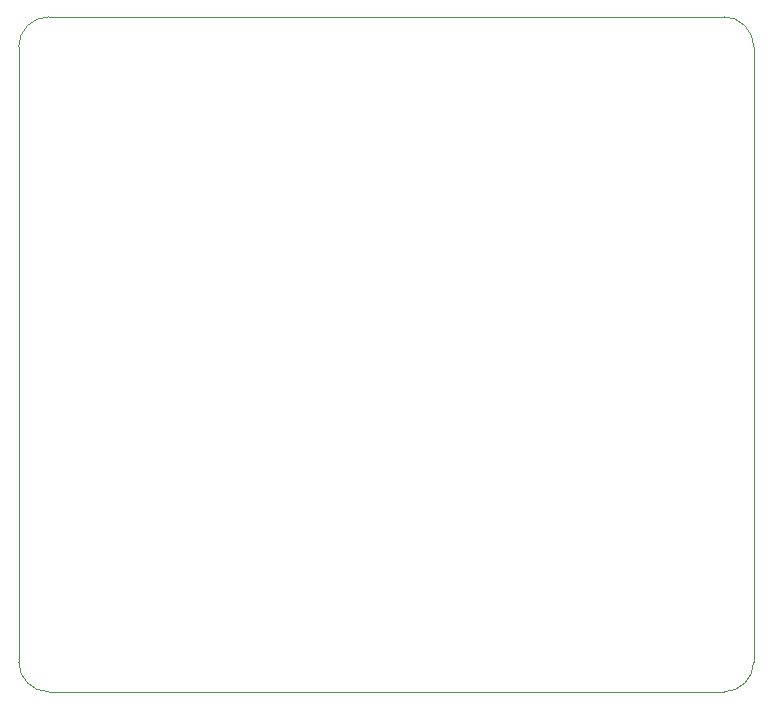
<source format=gbr>
%TF.GenerationSoftware,KiCad,Pcbnew,5.1.9+dfsg1-1*%
%TF.CreationDate,2022-02-22T21:23:52+01:00*%
%TF.ProjectId,PCB,5043422e-6b69-4636-9164-5f7063625858,rev?*%
%TF.SameCoordinates,Original*%
%TF.FileFunction,Profile,NP*%
%FSLAX46Y46*%
G04 Gerber Fmt 4.6, Leading zero omitted, Abs format (unit mm)*
G04 Created by KiCad (PCBNEW 5.1.9+dfsg1-1) date 2022-02-22 21:23:52*
%MOMM*%
%LPD*%
G01*
G04 APERTURE LIST*
%TA.AperFunction,Profile*%
%ADD10C,0.050000*%
%TD*%
G04 APERTURE END LIST*
D10*
X60960000Y-73660000D02*
X118110000Y-73660000D01*
X58420000Y-19050000D02*
X58420000Y-71120000D01*
X120650000Y-71120000D02*
G75*
G02*
X118110000Y-73660000I-2540000J0D01*
G01*
X120650000Y-19050000D02*
X120650000Y-71120000D01*
X118110000Y-16510000D02*
G75*
G02*
X120650000Y-19050000I0J-2540000D01*
G01*
X60960000Y-73660000D02*
G75*
G02*
X58420000Y-71120000I0J2540000D01*
G01*
X58420000Y-19050000D02*
G75*
G02*
X60960000Y-16510000I2540000J0D01*
G01*
X60960000Y-16510000D02*
X118110000Y-16510000D01*
M02*

</source>
